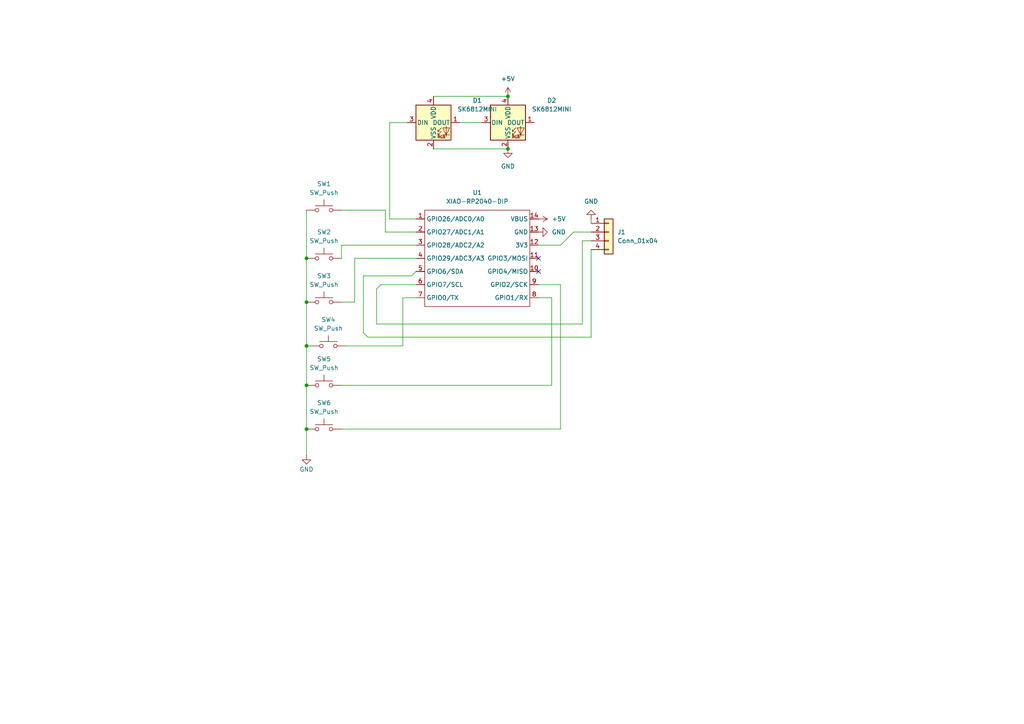
<source format=kicad_sch>
(kicad_sch (version 20250114) (generator "eeschema") (generator_version "9.0")
  (paper "A4")
  (lib_symbols
    (symbol "Connector_Generic:Conn_01x04" (pin_names (offset 1.016) (hide yes))
      (property "Reference" "J" (at 0 5.08 0))
      (property "Value" "Conn_01x04" (at 0 -7.62 0))
      (symbol "Conn_01x04_1_1"
        (rectangle (start -1.27 3.81) (end 1.27 -6.35) (stroke (width 0.254)) (fill (type background)))
        (rectangle (start -1.27 2.667) (end 0 2.413) (stroke (width 0.1524)))
        (rectangle (start -1.27 0.127) (end 0 -0.127) (stroke (width 0.1524)))
        (rectangle (start -1.27 -2.413) (end 0 -2.667) (stroke (width 0.1524)))
        (rectangle (start -1.27 -4.953) (end 0 -5.207) (stroke (width 0.1524)))
        (pin passive line (at -5.08 2.54 0) (length 3.81) (name "Pin_1") (number "1"))
        (pin passive line (at -5.08 0 0) (length 3.81) (name "Pin_2") (number "2"))
        (pin passive line (at -5.08 -2.54 0) (length 3.81) (name "Pin_3") (number "3"))
        (pin passive line (at -5.08 -5.08 0) (length 3.81) (name "Pin_4") (number "4"))
      )
    )
    (symbol "LED:SK6812MINI" (pin_names (offset 0.254))
      (property "Reference" "D" (at 5.08 5.715 0))
      (property "Value" "SK6812MINI" (at 1.27 -5.715 0))
      (symbol "SK6812MINI_0_0"
        (text "RGB" (at 2.286 -4.191 0) (effects (font (size 0.762 0.762))))
      )
      (symbol "SK6812MINI_0_1"
        (polyline (pts (xy 1.27 -2.54) (xy 1.778 -2.54)))
        (polyline (pts (xy 1.27 -3.556) (xy 1.778 -3.556)))
        (polyline (pts (xy 2.286 -1.524) (xy 1.27 -2.54) (xy 1.27 -2.032)))
        (polyline (pts (xy 2.286 -2.54) (xy 1.27 -3.556) (xy 1.27 -3.048)))
        (polyline (pts (xy 3.683 -1.016) (xy 3.683 -3.556) (xy 3.683 -4.064)))
        (polyline (pts (xy 4.699 -1.524) (xy 2.667 -1.524) (xy 3.683 -3.556) (xy 4.699 -1.524)))
        (polyline (pts (xy 4.699 -3.556) (xy 2.667 -3.556)))
        (rectangle (start 5.08 5.08) (end -5.08 -5.08) (stroke (width 0.254)) (fill (type background)))
      )
      (symbol "SK6812MINI_1_1"
        (pin input line (at -7.62 0 0) (length 2.54) (name "DIN") (number "3"))
        (pin power_in line (at 0 7.62 270) (length 2.54) (name "VDD") (number "4"))
        (pin power_in line (at 0 -7.62 90) (length 2.54) (name "VSS") (number "2"))
        (pin output line (at 7.62 0 180) (length 2.54) (name "DOUT") (number "1"))
      )
    )
    (symbol "OPL Library:XIAO-RP2040-DIP"
      (property "Reference" "U" (at 0 0 0))
      (property "Value" "XIAO-RP2040-DIP" (at 5.334 -1.778 0))
      (symbol "XIAO-RP2040-DIP_1_0"
        (polyline (pts (xy -1.27 -2.54) (xy 29.21 -2.54)) (stroke (width 0.1524)))
        (polyline (pts (xy -1.27 -5.08) (xy -2.54 -5.08)) (stroke (width 0.1524)))
        (polyline (pts (xy -1.27 -5.08) (xy -1.27 -2.54)) (stroke (width 0.1524)))
        (polyline (pts (xy -1.27 -8.89) (xy -2.54 -8.89)) (stroke (width 0.1524)))
        (polyline (pts (xy -1.27 -8.89) (xy -1.27 -5.08)) (stroke (width 0.1524)))
        (polyline (pts (xy -1.27 -12.7) (xy -2.54 -12.7)) (stroke (width 0.1524)))
        (polyline (pts (xy -1.27 -12.7) (xy -1.27 -8.89)) (stroke (width 0.1524)))
        (polyline (pts (xy -1.27 -16.51) (xy -2.54 -16.51)) (stroke (width 0.1524)))
        (polyline (pts (xy -1.27 -16.51) (xy -1.27 -12.7)) (stroke (width 0.1524)))
        (polyline (pts (xy -1.27 -20.32) (xy -2.54 -20.32)) (stroke (width 0.1524)))
        (polyline (pts (xy -1.27 -24.13) (xy -2.54 -24.13)) (stroke (width 0.1524)))
        (polyline (pts (xy -1.27 -27.94) (xy -2.54 -27.94)) (stroke (width 0.1524)))
        (polyline (pts (xy -1.27 -30.48) (xy -1.27 -16.51)) (stroke (width 0.1524)))
        (polyline (pts (xy 29.21 -2.54) (xy 29.21 -5.08)) (stroke (width 0.1524)))
        (polyline (pts (xy 29.21 -5.08) (xy 29.21 -8.89)) (stroke (width 0.1524)))
        (polyline (pts (xy 29.21 -8.89) (xy 29.21 -12.7)) (stroke (width 0.1524)))
        (polyline (pts (xy 29.21 -12.7) (xy 29.21 -30.48)) (stroke (width 0.1524)))
        (polyline (pts (xy 29.21 -30.48) (xy -1.27 -30.48)) (stroke (width 0.1524)))
        (polyline (pts (xy 30.48 -5.08) (xy 29.21 -5.08)) (stroke (width 0.1524)))
        (polyline (pts (xy 30.48 -8.89) (xy 29.21 -8.89)) (stroke (width 0.1524)))
        (polyline (pts (xy 30.48 -12.7) (xy 29.21 -12.7)) (stroke (width 0.1524)))
        (polyline (pts (xy 30.48 -16.51) (xy 29.21 -16.51)) (stroke (width 0.1524)))
        (polyline (pts (xy 30.48 -20.32) (xy 29.21 -20.32)) (stroke (width 0.1524)))
        (polyline (pts (xy 30.48 -24.13) (xy 29.21 -24.13)) (stroke (width 0.1524)))
        (polyline (pts (xy 30.48 -27.94) (xy 29.21 -27.94)) (stroke (width 0.1524)))
        (pin passive line (at -3.81 -5.08 0) (length 2.54) (name "GPIO26/ADC0/A0") (number "1"))
        (pin passive line (at -3.81 -8.89 0) (length 2.54) (name "GPIO27/ADC1/A1") (number "2"))
        (pin passive line (at -3.81 -12.7 0) (length 2.54) (name "GPIO28/ADC2/A2") (number "3"))
        (pin passive line (at -3.81 -16.51 0) (length 2.54) (name "GPIO29/ADC3/A3") (number "4"))
        (pin passive line (at -3.81 -20.32 0) (length 2.54) (name "GPIO6/SDA") (number "5"))
        (pin passive line (at -3.81 -24.13 0) (length 2.54) (name "GPIO7/SCL") (number "6"))
        (pin passive line (at -3.81 -27.94 0) (length 2.54) (name "GPIO0/TX") (number "7"))
        (pin passive line (at 31.75 -5.08 180) (length 2.54) (name "VBUS") (number "14"))
        (pin passive line (at 31.75 -8.89 180) (length 2.54) (name "GND") (number "13"))
        (pin passive line (at 31.75 -12.7 180) (length 2.54) (name "3V3") (number "12"))
        (pin passive line (at 31.75 -16.51 180) (length 2.54) (name "GPIO3/MOSI") (number "11"))
        (pin passive line (at 31.75 -20.32 180) (length 2.54) (name "GPIO4/MISO") (number "10"))
        (pin passive line (at 31.75 -24.13 180) (length 2.54) (name "GPIO2/SCK") (number "9"))
        (pin passive line (at 31.75 -27.94 180) (length 2.54) (name "GPIO1/RX") (number "8"))
      )
    )
    (symbol "Switch:SW_Push" (pin_numbers (hide yes)) (pin_names (offset 1.016) (hide yes))
      (property "Reference" "SW" (at 1.27 2.54 0))
      (property "Value" "SW_Push" (at 0 -1.524 0))
      (symbol "SW_Push_0_1"
        (circle (center -2.032 0) (radius 0.508))
        (polyline (pts (xy 0 1.27) (xy 0 3.048)))
        (circle (center 2.032 0) (radius 0.508))
        (polyline (pts (xy 2.54 1.27) (xy -2.54 1.27)))
        (pin passive line (at -5.08 0 0) (length 2.54) (name "1") (number "1"))
        (pin passive line (at 5.08 0 180) (length 2.54) (name "2") (number "2"))
      )
    )
    (symbol "power:+5V" (power) (pin_numbers (hide yes)) (pin_names (offset 0) (hide yes))
      (property "Value" "+5V" (at 0 3.556 0))
      (symbol "+5V_0_1"
        (polyline (pts (xy -0.762 1.27) (xy 0 2.54)))
        (polyline (pts (xy 0 2.54) (xy 0.762 1.27)))
        (polyline (pts (xy 0 0) (xy 0 2.54)))
      )
      (symbol "+5V_1_1"
        (pin power_in line (at 0 0 90) (length 0) (name "~") (number "1"))
      )
    )
    (symbol "power:GND" (power) (pin_numbers (hide yes)) (pin_names (offset 0) (hide yes))
      (property "Value" "GND" (at 0 -3.81 0))
      (symbol "GND_0_1"
        (polyline (pts (xy 0 0) (xy 0 -1.27) (xy 1.27 -1.27) (xy 0 -2.54) (xy -1.27 -1.27) (xy 0 -1.27)))
      )
      (symbol "GND_1_1"
        (pin power_in line (at 0 0 270) (length 0) (name "~") (number "1"))
      )
    )
  )
  (junction (at 147.32 27.94))
  (junction (at 147.32 43.18))
  (junction (at 88.9 100.33))
  (junction (at 88.9 111.76))
  (junction (at 88.9 87.63))
  (junction (at 88.9 74.93))
  (junction (at 88.9 124.46))
  (no_connect (at 156.21 74.93))
  (no_connect (at 156.21 78.74))
  (wire (pts (xy 166.37 67.31) (xy 171.45 67.31)))
  (wire (pts (xy 99.06 74.93) (xy 99.06 71.12)))
  (wire (pts (xy 88.9 124.46) (xy 88.9 132.08)))
  (wire (pts (xy 162.56 124.46) (xy 162.56 82.55)))
  (wire (pts (xy 102.87 74.93) (xy 120.65 74.93)))
  (wire (pts (xy 119.38 80.01) (xy 120.65 78.74)))
  (wire (pts (xy 171.45 72.39) (xy 171.45 97.79)))
  (wire (pts (xy 88.9 60.96) (xy 88.9 74.93)))
  (wire (pts (xy 109.22 83.82) (xy 109.22 93.98)))
  (wire (pts (xy 113.03 35.56) (xy 113.03 63.5)))
  (wire (pts (xy 171.45 64.77) (xy 171.45 63.5)))
  (wire (pts (xy 90.17 100.33) (xy 88.9 100.33)))
  (wire (pts (xy 116.84 86.36) (xy 120.65 86.36)))
  (wire (pts (xy 125.73 43.18) (xy 147.32 43.18)))
  (wire (pts (xy 105.41 80.01) (xy 119.38 80.01)))
  (wire (pts (xy 88.9 74.93) (xy 88.9 87.63)))
  (wire (pts (xy 99.06 60.96) (xy 111.76 60.96)))
  (wire (pts (xy 88.9 100.33) (xy 88.9 111.76)))
  (wire (pts (xy 171.45 97.79) (xy 106.68 97.79)))
  (wire (pts (xy 88.9 87.63) (xy 88.9 100.33)))
  (wire (pts (xy 116.84 100.33) (xy 116.84 86.36)))
  (wire (pts (xy 162.56 71.12) (xy 166.37 67.31)))
  (wire (pts (xy 160.02 111.76) (xy 160.02 86.36)))
  (wire (pts (xy 156.21 82.55) (xy 162.56 82.55)))
  (wire (pts (xy 168.91 69.85) (xy 168.91 93.98)))
  (wire (pts (xy 99.06 111.76) (xy 160.02 111.76)))
  (wire (pts (xy 111.76 60.96) (xy 111.76 67.31)))
  (wire (pts (xy 106.68 97.79) (xy 105.41 96.52)))
  (wire (pts (xy 99.06 87.63) (xy 102.87 87.63)))
  (wire (pts (xy 118.11 35.56) (xy 113.03 35.56)))
  (wire (pts (xy 105.41 80.01) (xy 105.41 96.52)))
  (wire (pts (xy 156.21 86.36) (xy 160.02 86.36)))
  (wire (pts (xy 110.49 82.55) (xy 120.65 82.55)))
  (wire (pts (xy 156.21 71.12) (xy 162.56 71.12)))
  (wire (pts (xy 102.87 87.63) (xy 102.87 74.93)))
  (wire (pts (xy 125.73 27.94) (xy 147.32 27.94)))
  (wire (pts (xy 133.35 35.56) (xy 139.7 35.56)))
  (wire (pts (xy 99.06 124.46) (xy 162.56 124.46)))
  (wire (pts (xy 88.9 111.76) (xy 88.9 124.46)))
  (wire (pts (xy 100.33 100.33) (xy 116.84 100.33)))
  (wire (pts (xy 99.06 71.12) (xy 120.65 71.12)))
  (wire (pts (xy 168.91 69.85) (xy 171.45 69.85)))
  (wire (pts (xy 109.22 83.82) (xy 110.49 82.55)))
  (wire (pts (xy 113.03 63.5) (xy 120.65 63.5)))
  (wire (pts (xy 111.76 67.31) (xy 120.65 67.31)))
  (wire (pts (xy 109.22 93.98) (xy 168.91 93.98)))
  (symbol (lib_id "power:GND") (at 88.9 132.08 0) (unit 1)
    (property "Reference" "#PWR07" (effects (hide yes)))
    (property "Value" "GND" (at 88.9 136.144 0))
    (property "Description" "Power symbol creates a global label with name \"GND\" , ground" (effects (hide yes)))
  )
  (symbol (lib_id "power:GND") (at 171.45 63.5 180) (unit 1)
    (property "Reference" "#PWR05" (effects (hide yes)))
    (property "Value" "GND" (at 171.45 58.42 0))
    (property "Description" "Power symbol creates a global label with name \"GND\" , ground" (effects (hide yes)))
  )
  (symbol (lib_id "power:+5V") (at 156.21 63.5 270) (unit 1)
    (property "Reference" "#PWR02" (effects (hide yes)))
    (property "Value" "+5V" (at 160.02 63.4999 90) (effects (justify left)))
    (property "Description" "Power symbol creates a global label with name \"+5V\"" (effects (hide yes)))
  )
  (symbol (lib_id "power:GND") (at 147.32 43.18 0) (unit 1)
    (property "Reference" "#PWR03" (effects (hide yes)))
    (property "Value" "GND" (at 147.32 48.26 0))
    (property "Description" "Power symbol creates a global label with name \"GND\" , ground" (effects (hide yes)))
  )
  (symbol (lib_id "Switch:SW_Push") (at 93.98 74.93 0) (unit 1)
    (property "Reference" "SW2" (at 93.98 67.31 0))
    (property "Value" "SW_Push" (at 93.98 69.85 0))
    (property "Footprint" "Button_Switch_Keyboard:SW_Cherry_MX_1.00u_PCB" (effects (hide yes)))
    (property "Description" "Push button switch, generic, two pins" (effects (hide yes)))
  )
  (symbol (lib_id "Switch:SW_Push") (at 93.98 124.46 0) (unit 1)
    (property "Reference" "SW6" (at 93.98 116.84 0))
    (property "Value" "SW_Push" (at 93.98 119.38 0))
    (property "Footprint" "Button_Switch_Keyboard:SW_Cherry_MX_1.00u_PCB" (effects (hide yes)))
    (property "Description" "Push button switch, generic, two pins" (effects (hide yes)))
  )
  (symbol (lib_id "Switch:SW_Push") (at 93.98 111.76 0) (unit 1)
    (property "Reference" "SW5" (at 93.98 104.14 0))
    (property "Value" "SW_Push" (at 93.98 106.68 0))
    (property "Footprint" "Button_Switch_Keyboard:SW_Cherry_MX_1.00u_PCB" (effects (hide yes)))
    (property "Description" "Push button switch, generic, two pins" (effects (hide yes)))
  )
  (symbol (lib_id "Switch:SW_Push") (at 93.98 87.63 0) (unit 1)
    (property "Reference" "SW3" (at 93.98 80.01 0))
    (property "Value" "SW_Push" (at 93.98 82.55 0))
    (property "Footprint" "Button_Switch_Keyboard:SW_Cherry_MX_1.00u_PCB" (effects (hide yes)))
    (property "Description" "Push button switch, generic, two pins" (effects (hide yes)))
  )
  (symbol (lib_id "power:GND") (at 156.21 67.31 90) (unit 1)
    (property "Reference" "#PWR04" (effects (hide yes)))
    (property "Value" "GND" (at 160.02 67.3099 90) (effects (justify right)))
    (property "Description" "Power symbol creates a global label with name \"GND\" , ground" (effects (hide yes)))
  )
  (symbol (lib_id "LED:SK6812MINI") (at 147.32 35.56 0) (unit 1)
    (property "Reference" "D2" (at 160.02 29.1398 0))
    (property "Value" "SK6812MINI" (at 160.02 31.6798 0))
    (property "Footprint" "LED_SMD:LED_SK6812MINI_PLCC4_3.5x3.5mm_P1.75mm" (effects (hide yes)))
    (property "Datasheet" "https://cdn-shop.adafruit.com/product-files/2686/SK6812MINI_REV.01-1-2.pdf" (effects (hide yes)))
    (property "Description" "RGB LED with integrated controller" (effects (hide yes)))
  )
  (symbol (lib_id "Connector_Generic:Conn_01x04") (at 176.53 67.31 0) (unit 1)
    (property "Reference" "J1" (at 179.07 67.3099 0) (effects (justify left)))
    (property "Value" "Conn_01x04" (at 179.07 69.8499 0) (effects (justify left)))
    (property "Footprint" "lovely oled:SSD1306-0.91-OLED-4pin-128x32" (effects (hide yes)))
    (property "Description" "Generic connector, single row, 01x04, script generated (kicad-library-utils/schlib/autogen/connector/)" (effects (hide yes)))
  )
  (symbol (lib_id "LED:SK6812MINI") (at 125.73 35.56 0) (unit 1)
    (property "Reference" "D1" (at 138.43 29.1398 0))
    (property "Value" "SK6812MINI" (at 138.43 31.6798 0))
    (property "Footprint" "LED_SMD:LED_SK6812MINI_PLCC4_3.5x3.5mm_P1.75mm" (effects (hide yes)))
    (property "Datasheet" "https://cdn-shop.adafruit.com/product-files/2686/SK6812MINI_REV.01-1-2.pdf" (effects (hide yes)))
    (property "Description" "RGB LED with integrated controller" (effects (hide yes)))
  )
  (symbol (lib_id "power:+5V") (at 147.32 27.94 0) (unit 1)
    (property "Reference" "#PWR01" (effects (hide yes)))
    (property "Value" "+5V" (at 147.32 22.86 0))
    (property "Description" "Power symbol creates a global label with name \"+5V\"" (effects (hide yes)))
  )
  (symbol (lib_id "Switch:SW_Push") (at 93.98 60.96 0) (unit 1)
    (property "Reference" "SW1" (at 93.98 53.34 0))
    (property "Value" "SW_Push" (at 93.98 55.88 0))
    (property "Footprint" "Button_Switch_Keyboard:SW_Cherry_MX_1.00u_PCB" (effects (hide yes)))
    (property "Description" "Push button switch, generic, two pins" (effects (hide yes)))
  )
  (symbol (lib_id "Switch:SW_Push") (at 95.25 100.33 0) (unit 1)
    (property "Reference" "SW4" (at 95.25 92.71 0))
    (property "Value" "SW_Push" (at 95.25 95.25 0))
    (property "Footprint" "Button_Switch_Keyboard:SW_Cherry_MX_1.00u_PCB" (effects (hide yes)))
    (property "Description" "Push button switch, generic, two pins" (effects (hide yes)))
  )
  (symbol (lib_id "OPL Library:XIAO-RP2040-DIP") (at 124.46 58.42 0) (unit 1)
    (property "Reference" "U1" (at 138.43 55.88 0))
    (property "Value" "XIAO-RP2040-DIP" (at 138.43 58.42 0))
    (property "Footprint" "OPL Library:XIAO-RP2040-DIP" (effects (hide yes)))
  )
)
</source>
